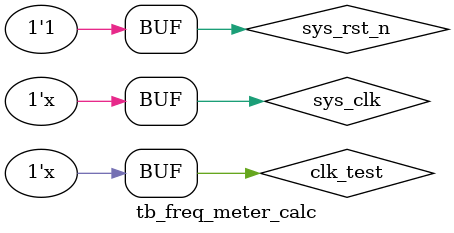
<source format=v>
`timescale 1ns/1ns

module tb_freq_meter_calc();

//********************************************************************//
//****************** Parameter And Internal Signal *******************//
//********************************************************************//
//wire define
reg               sys_clk;
reg               sys_rst_n;
reg               clk_test;
wire      [7:0]   duty;
wire      [33:0]  freq;

//时钟、复位、待检测时钟的生成
initial begin
    sys_clk     = 1'b1;
    sys_rst_n   <= 1'b0;
    #200;
    sys_rst_n  <= 1'b1;
    #20;
    clk_test = 1'b1;
    #200;
end  // 修复：移除多余end语句[6](@ref)

//系统时钟生成（50MHz）
always #10 sys_clk = ~sys_clk;  // 周期20ns，频率50MHz

//待检测时钟生成（5MHz）[3](@ref)
always #100 clk_test = ~clk_test;  // 周期200ns，频率5MHz（修正延迟值）

//********************************************************************//
//*************************** Instantiation **************************//
//********************************************************************//
// 修复：实例化实际设计模块而非自身以避免递归[2](@ref)
freq_meter_calc freq_meter_calc_inst (
    .sys_clk    (sys_clk),     //系统时钟,频率50MHz
    .sys_rst_n  (sys_rst_n),   //复位信号,低电平有效
    .clk_test   (clk_test),    //待检测时钟
    .duty       (duty),        //待检测时钟占空比
    .freq       (freq)         //待检测时钟频率
);

endmodule
</source>
